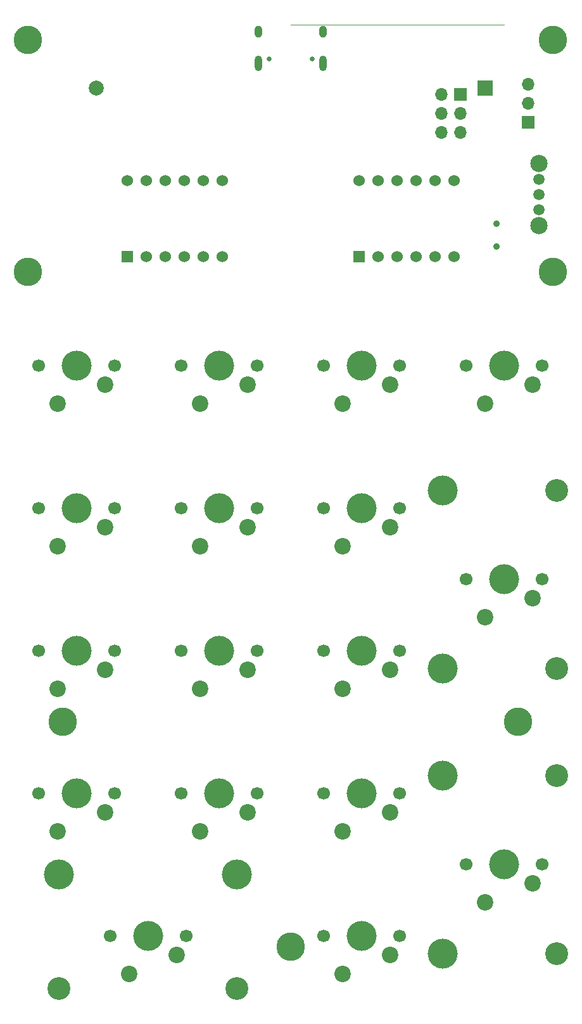
<source format=gbr>
%TF.GenerationSoftware,KiCad,Pcbnew,7.0.7*%
%TF.CreationDate,2023-12-10T01:09:49+02:00*%
%TF.ProjectId,stm32_calc,73746d33-325f-4636-916c-632e6b696361,rev?*%
%TF.SameCoordinates,Original*%
%TF.FileFunction,Soldermask,Top*%
%TF.FilePolarity,Negative*%
%FSLAX46Y46*%
G04 Gerber Fmt 4.6, Leading zero omitted, Abs format (unit mm)*
G04 Created by KiCad (PCBNEW 7.0.7) date 2023-12-10 01:09:49*
%MOMM*%
%LPD*%
G01*
G04 APERTURE LIST*
%ADD10C,0.100000*%
%ADD11R,1.700000X1.700000*%
%ADD12O,1.700000X1.700000*%
%ADD13C,1.700000*%
%ADD14C,4.000000*%
%ADD15C,2.200000*%
%ADD16C,3.050000*%
%ADD17C,3.800000*%
%ADD18R,2.000000X2.000000*%
%ADD19C,2.000000*%
%ADD20R,1.524000X1.524000*%
%ADD21C,1.524000*%
%ADD22C,1.512000*%
%ADD23C,2.304000*%
%ADD24C,0.650000*%
%ADD25O,1.000000X1.600000*%
%ADD26O,1.000000X2.100000*%
%ADD27C,0.900000*%
G04 APERTURE END LIST*
D10*
%TO.C,BT1*%
X28500000Y36000000D02*
X0Y36000000D01*
%TD*%
D11*
%TO.C,J2*%
X31800000Y22960000D03*
D12*
X31800000Y25500000D03*
X31800000Y28040000D03*
%TD*%
D13*
%TO.C,SW_five1*%
X-4445000Y-47625000D03*
D14*
X-9525000Y-47625000D03*
D13*
X-14605000Y-47625000D03*
D15*
X-12065000Y-52705000D03*
X-5715000Y-50165000D03*
%TD*%
D16*
%TO.C,SW_zero1*%
X-7150000Y-92725000D03*
D14*
X-7150000Y-77485000D03*
D13*
X-13970000Y-85725000D03*
D14*
X-19050000Y-85725000D03*
D13*
X-24130000Y-85725000D03*
D16*
X-30950000Y-92725000D03*
D14*
X-30950000Y-77485000D03*
D15*
X-21590000Y-90805000D03*
X-15240000Y-88265000D03*
%TD*%
D13*
%TO.C,SW_two1*%
X-4445000Y-66675000D03*
D14*
X-9525000Y-66675000D03*
D13*
X-14605000Y-66675000D03*
D15*
X-12065000Y-71755000D03*
X-5715000Y-69215000D03*
%TD*%
D17*
%TO.C,H2*%
X35100000Y34000000D03*
%TD*%
D13*
%TO.C,SW_three1*%
X14605000Y-66675000D03*
D14*
X9525000Y-66675000D03*
D13*
X4445000Y-66675000D03*
D15*
X6985000Y-71755000D03*
X13335000Y-69215000D03*
%TD*%
D13*
%TO.C,SW_divide1*%
X-4445000Y-9525000D03*
D14*
X-9525000Y-9525000D03*
D13*
X-14605000Y-9525000D03*
D15*
X-12065000Y-14605000D03*
X-5715000Y-12065000D03*
%TD*%
D17*
%TO.C,H3*%
X-35100000Y34000000D03*
%TD*%
D13*
%TO.C,SW_four1*%
X-23495000Y-47625000D03*
D14*
X-28575000Y-47625000D03*
D13*
X-33655000Y-47625000D03*
D15*
X-31115000Y-52705000D03*
X-24765000Y-50165000D03*
%TD*%
D18*
%TO.C,BT1*%
X26000000Y27555000D03*
D19*
X-25990000Y27555000D03*
%TD*%
D13*
%TO.C,SW_point1*%
X14605000Y-85725000D03*
D14*
X9525000Y-85725000D03*
D13*
X4445000Y-85725000D03*
D15*
X6985000Y-90805000D03*
X13335000Y-88265000D03*
%TD*%
D16*
%TO.C,SW_plus1*%
X35575000Y-50000000D03*
X35575000Y-26200000D03*
D13*
X33655000Y-38100000D03*
D14*
X28575000Y-38100000D03*
D13*
X23495000Y-38100000D03*
D14*
X20335000Y-50000000D03*
X20335000Y-26200000D03*
D15*
X26035000Y-43180000D03*
X32385000Y-40640000D03*
%TD*%
D20*
%TO.C,U4*%
X9125000Y5020000D03*
D21*
X11665000Y5020000D03*
X14205000Y5020000D03*
X16745000Y5020000D03*
X19285000Y5020000D03*
X21825000Y5020000D03*
X21825000Y15180000D03*
X19285000Y15180000D03*
X16745000Y15180000D03*
X14205000Y15180000D03*
X11665000Y15180000D03*
X9125000Y15180000D03*
%TD*%
D13*
%TO.C,SW_clear1*%
X-23495000Y-9525000D03*
D14*
X-28575000Y-9525000D03*
D13*
X-33655000Y-9525000D03*
D15*
X-31115000Y-14605000D03*
X-24765000Y-12065000D03*
%TD*%
D17*
%TO.C,H1*%
X35100000Y3000000D03*
%TD*%
%TO.C,H7*%
X-30440000Y-57150000D03*
%TD*%
D16*
%TO.C,SW_equals1*%
X35575000Y-88100000D03*
X35575000Y-64300000D03*
D13*
X33655000Y-76200000D03*
D14*
X28575000Y-76200000D03*
D13*
X23495000Y-76200000D03*
D14*
X20335000Y-88100000D03*
X20335000Y-64300000D03*
D15*
X26035000Y-81280000D03*
X32385000Y-78740000D03*
%TD*%
D13*
%TO.C,SW_minus1*%
X33655000Y-9525000D03*
D14*
X28575000Y-9525000D03*
D13*
X23495000Y-9525000D03*
D15*
X26035000Y-14605000D03*
X32385000Y-12065000D03*
%TD*%
D17*
%TO.C,H4*%
X-35100000Y3000000D03*
%TD*%
D13*
%TO.C,SW_six1*%
X14605000Y-47625000D03*
D14*
X9525000Y-47625000D03*
D13*
X4445000Y-47625000D03*
D15*
X6985000Y-52705000D03*
X13335000Y-50165000D03*
%TD*%
D13*
%TO.C,SW_eight1*%
X-4445000Y-28575000D03*
D14*
X-9525000Y-28575000D03*
D13*
X-14605000Y-28575000D03*
D15*
X-12065000Y-33655000D03*
X-5715000Y-31115000D03*
%TD*%
D17*
%TO.C,H5*%
X0Y-87150000D03*
%TD*%
D13*
%TO.C,SW_one1*%
X-23495000Y-66675000D03*
D14*
X-28575000Y-66675000D03*
D13*
X-33655000Y-66675000D03*
D15*
X-31115000Y-71755000D03*
X-24765000Y-69215000D03*
%TD*%
D22*
%TO.C,SW1*%
X33240000Y11320000D03*
X33240000Y13320000D03*
X33240000Y15320000D03*
D23*
X33240000Y9170000D03*
X33240000Y17470000D03*
%TD*%
D13*
%TO.C,SW_mutiplicate1*%
X14605000Y-9525000D03*
D14*
X9525000Y-9525000D03*
D13*
X4445000Y-9525000D03*
D15*
X6985000Y-14605000D03*
X13335000Y-12065000D03*
%TD*%
D17*
%TO.C,H6*%
X30440000Y-57150000D03*
%TD*%
D13*
%TO.C,SW_nine1*%
X14605000Y-28575000D03*
D14*
X9525000Y-28575000D03*
D13*
X4445000Y-28575000D03*
D15*
X6985000Y-33655000D03*
X13335000Y-31115000D03*
%TD*%
D20*
%TO.C,U3*%
X-21875000Y5020000D03*
D21*
X-19335000Y5020000D03*
X-16795000Y5020000D03*
X-14255000Y5020000D03*
X-11715000Y5020000D03*
X-9175000Y5020000D03*
X-9175000Y15180000D03*
X-11715000Y15180000D03*
X-14255000Y15180000D03*
X-16795000Y15180000D03*
X-19335000Y15180000D03*
X-21875000Y15180000D03*
%TD*%
D13*
%TO.C,SW_seven1*%
X-23495000Y-28575000D03*
D14*
X-28575000Y-28575000D03*
D13*
X-33655000Y-28575000D03*
D15*
X-31115000Y-33655000D03*
X-24765000Y-31115000D03*
%TD*%
D11*
%TO.C,J4*%
X22700000Y26725000D03*
D12*
X20160000Y26725000D03*
X22700000Y24185000D03*
X20160000Y24185000D03*
X22700000Y21645000D03*
X20160000Y21645000D03*
%TD*%
D24*
%TO.C,J3*%
X-2890000Y31400000D03*
X2890000Y31400000D03*
D25*
X-4320000Y35050000D03*
D26*
X-4320000Y30870000D03*
D25*
X4320000Y35050000D03*
D26*
X4320000Y30870000D03*
%TD*%
D27*
%TO.C,SW2*%
X27525000Y9400000D03*
X27525000Y6400000D03*
%TD*%
M02*

</source>
